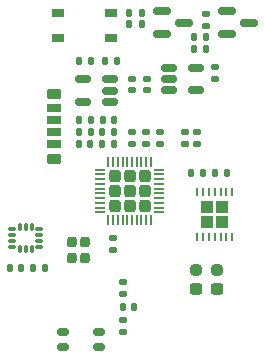
<source format=gtp>
%TF.GenerationSoftware,KiCad,Pcbnew,9.0.5*%
%TF.CreationDate,2026-01-28T11:34:24-05:00*%
%TF.ProjectId,lmp91000-pcb,6c6d7039-3130-4303-902d-7063622e6b69,rev?*%
%TF.SameCoordinates,Original*%
%TF.FileFunction,Paste,Top*%
%TF.FilePolarity,Positive*%
%FSLAX46Y46*%
G04 Gerber Fmt 4.6, Leading zero omitted, Abs format (unit mm)*
G04 Created by KiCad (PCBNEW 9.0.5) date 2026-01-28 11:34:24*
%MOMM*%
%LPD*%
G01*
G04 APERTURE LIST*
G04 Aperture macros list*
%AMRoundRect*
0 Rectangle with rounded corners*
0 $1 Rounding radius*
0 $2 $3 $4 $5 $6 $7 $8 $9 X,Y pos of 4 corners*
0 Add a 4 corners polygon primitive as box body*
4,1,4,$2,$3,$4,$5,$6,$7,$8,$9,$2,$3,0*
0 Add four circle primitives for the rounded corners*
1,1,$1+$1,$2,$3*
1,1,$1+$1,$4,$5*
1,1,$1+$1,$6,$7*
1,1,$1+$1,$8,$9*
0 Add four rect primitives between the rounded corners*
20,1,$1+$1,$2,$3,$4,$5,0*
20,1,$1+$1,$4,$5,$6,$7,0*
20,1,$1+$1,$6,$7,$8,$9,0*
20,1,$1+$1,$8,$9,$2,$3,0*%
G04 Aperture macros list end*
%ADD10RoundRect,0.147500X-0.172500X0.147500X-0.172500X-0.147500X0.172500X-0.147500X0.172500X0.147500X0*%
%ADD11RoundRect,0.140000X0.140000X0.170000X-0.140000X0.170000X-0.140000X-0.170000X0.140000X-0.170000X0*%
%ADD12RoundRect,0.070000X-0.530000X0.280000X-0.530000X-0.280000X0.530000X-0.280000X0.530000X0.280000X0*%
%ADD13RoundRect,0.076000X-0.524000X0.304000X-0.524000X-0.304000X0.524000X-0.304000X0.524000X0.304000X0*%
%ADD14RoundRect,0.080000X-0.520000X0.320000X-0.520000X-0.320000X0.520000X-0.320000X0.520000X0.320000X0*%
%ADD15RoundRect,0.135000X-0.135000X-0.185000X0.135000X-0.185000X0.135000X0.185000X-0.135000X0.185000X0*%
%ADD16RoundRect,0.135000X-0.185000X0.135000X-0.185000X-0.135000X0.185000X-0.135000X0.185000X0.135000X0*%
%ADD17RoundRect,0.135000X0.135000X0.185000X-0.135000X0.185000X-0.135000X-0.185000X0.135000X-0.185000X0*%
%ADD18RoundRect,0.087500X-0.225000X-0.087500X0.225000X-0.087500X0.225000X0.087500X-0.225000X0.087500X0*%
%ADD19RoundRect,0.087500X-0.087500X-0.225000X0.087500X-0.225000X0.087500X0.225000X-0.087500X0.225000X0*%
%ADD20RoundRect,0.140000X-0.140000X-0.170000X0.140000X-0.170000X0.140000X0.170000X-0.140000X0.170000X0*%
%ADD21RoundRect,0.150000X-0.512500X-0.150000X0.512500X-0.150000X0.512500X0.150000X-0.512500X0.150000X0*%
%ADD22R,0.990600X0.711200*%
%ADD23RoundRect,0.150000X0.512500X0.150000X-0.512500X0.150000X-0.512500X-0.150000X0.512500X-0.150000X0*%
%ADD24RoundRect,0.140000X-0.170000X0.140000X-0.170000X-0.140000X0.170000X-0.140000X0.170000X0.140000X0*%
%ADD25RoundRect,0.147500X0.172500X-0.147500X0.172500X0.147500X-0.172500X0.147500X-0.172500X-0.147500X0*%
%ADD26RoundRect,0.150000X-0.587500X-0.150000X0.587500X-0.150000X0.587500X0.150000X-0.587500X0.150000X0*%
%ADD27R,1.050000X1.050000*%
%ADD28RoundRect,0.062500X0.062500X0.237500X-0.062500X0.237500X-0.062500X-0.237500X0.062500X-0.237500X0*%
%ADD29RoundRect,0.237500X0.250000X0.237500X-0.250000X0.237500X-0.250000X-0.237500X0.250000X-0.237500X0*%
%ADD30RoundRect,0.150000X-0.350000X0.150000X-0.350000X-0.150000X0.350000X-0.150000X0.350000X0.150000X0*%
%ADD31RoundRect,0.140000X0.170000X-0.140000X0.170000X0.140000X-0.170000X0.140000X-0.170000X-0.140000X0*%
%ADD32RoundRect,0.250000X-0.260000X-0.260000X0.260000X-0.260000X0.260000X0.260000X-0.260000X0.260000X0*%
%ADD33RoundRect,0.050000X-0.337500X-0.050000X0.337500X-0.050000X0.337500X0.050000X-0.337500X0.050000X0*%
%ADD34RoundRect,0.050000X-0.050000X-0.337500X0.050000X-0.337500X0.050000X0.337500X-0.050000X0.337500X0*%
%ADD35RoundRect,0.147500X0.147500X0.172500X-0.147500X0.172500X-0.147500X-0.172500X0.147500X-0.172500X0*%
%ADD36RoundRect,0.200000X-0.200000X0.250000X-0.200000X-0.250000X0.200000X-0.250000X0.200000X0.250000X0*%
%ADD37RoundRect,0.237500X0.300000X0.237500X-0.300000X0.237500X-0.300000X-0.237500X0.300000X-0.237500X0*%
G04 APERTURE END LIST*
D10*
%TO.C,FB1*%
X42900000Y-52515000D03*
X42900000Y-53485000D03*
%TD*%
D11*
%TO.C,C13*%
X37100001Y-55000000D03*
X36140001Y-55000000D03*
%TD*%
D12*
%TO.C,J2*%
X37880000Y-42500000D03*
D13*
X37880000Y-44520000D03*
D14*
X37880000Y-45750000D03*
D12*
X37880000Y-43500000D03*
D13*
X37880000Y-41480000D03*
D14*
X37880000Y-40250000D03*
%TD*%
D15*
%TO.C,R7*%
X41990001Y-44500000D03*
X43009999Y-44500000D03*
%TD*%
D16*
%TO.C,R3*%
X50750000Y-33490001D03*
X50750000Y-34509999D03*
%TD*%
D17*
%TO.C,R5*%
X41009999Y-42500000D03*
X39990001Y-42500000D03*
%TD*%
D18*
%TO.C,U6*%
X34337500Y-51750000D03*
X34337500Y-52250000D03*
X34337500Y-52750000D03*
X34337500Y-53250000D03*
D19*
X35000000Y-53412500D03*
X35500000Y-53412500D03*
X36000000Y-53412500D03*
D18*
X36662500Y-53250000D03*
X36662500Y-52750000D03*
X36662500Y-52250000D03*
X36662500Y-51750000D03*
D19*
X36000000Y-51587500D03*
X35500000Y-51587500D03*
X35000000Y-51587500D03*
%TD*%
D20*
%TO.C,C14*%
X34140000Y-55000000D03*
X35100000Y-55000000D03*
%TD*%
D21*
%TO.C,U4*%
X47612500Y-38050000D03*
X47612500Y-39000000D03*
X47612500Y-39950000D03*
X49887500Y-39950000D03*
X49887500Y-38050000D03*
%TD*%
D22*
%TO.C,SW1*%
X42750001Y-35574999D03*
X38249999Y-35574999D03*
X42750001Y-33425001D03*
X38249999Y-33425001D03*
%TD*%
D11*
%TO.C,C9*%
X42980000Y-42500000D03*
X42020000Y-42500000D03*
%TD*%
D16*
%TO.C,R14*%
X50000000Y-43490001D03*
X50000000Y-44509999D03*
%TD*%
D17*
%TO.C,R4*%
X41009999Y-43500000D03*
X39990001Y-43500000D03*
%TD*%
D20*
%TO.C,C7*%
X49770000Y-35500000D03*
X50730000Y-35500000D03*
%TD*%
%TO.C,C5*%
X43700000Y-58300000D03*
X44660000Y-58300000D03*
%TD*%
D23*
%TO.C,U3*%
X42637500Y-40950000D03*
X42637500Y-40000000D03*
X42637500Y-39050000D03*
X40362500Y-39050000D03*
X40362500Y-40950000D03*
%TD*%
D24*
%TO.C,C8*%
X45750000Y-39020000D03*
X45750000Y-39980000D03*
%TD*%
D25*
%TO.C,L1*%
X43700000Y-57185000D03*
X43700000Y-56215000D03*
%TD*%
D26*
%TO.C,Q1*%
X52562500Y-33300000D03*
X52562500Y-35200000D03*
X54437500Y-34250000D03*
%TD*%
D17*
%TO.C,R9*%
X41009999Y-37500000D03*
X39990001Y-37500000D03*
%TD*%
D10*
%TO.C,D3*%
X49000000Y-43515000D03*
X49000000Y-44485000D03*
%TD*%
D15*
%TO.C,R6*%
X49740001Y-36500000D03*
X50759999Y-36500000D03*
%TD*%
D27*
%TO.C,U5*%
X52150000Y-49825000D03*
X50850000Y-49825000D03*
X52150000Y-51125000D03*
X50850000Y-51125000D03*
D28*
X53000000Y-48575000D03*
X52500000Y-48575000D03*
X52000000Y-48575001D03*
X51500000Y-48575000D03*
X51000000Y-48575001D03*
X50500000Y-48575000D03*
X50000000Y-48575000D03*
X50000000Y-52375000D03*
X50500000Y-52375000D03*
X51000000Y-52374999D03*
X51500000Y-52375000D03*
X52000000Y-52374999D03*
X52500000Y-52375000D03*
X53000000Y-52375000D03*
%TD*%
D24*
%TO.C,C10*%
X44500000Y-39020000D03*
X44500000Y-39980000D03*
%TD*%
D29*
%TO.C,R12*%
X51712500Y-55200000D03*
X49887500Y-55200000D03*
%TD*%
D30*
%TO.C,U1*%
X41700000Y-60400000D03*
X38700000Y-60400000D03*
X38700000Y-61700000D03*
X41700000Y-61700000D03*
%TD*%
D26*
%TO.C,D1*%
X47062500Y-33300000D03*
X47062500Y-35200000D03*
X48937500Y-34250000D03*
%TD*%
D31*
%TO.C,C1*%
X44500000Y-44480000D03*
X44500000Y-43520000D03*
%TD*%
D32*
%TO.C,U2*%
X43030000Y-47230000D03*
X43030000Y-48500000D03*
X43030000Y-49770000D03*
X44300000Y-47230000D03*
X44300000Y-48500000D03*
X44300000Y-49770000D03*
X45570000Y-47230000D03*
X45570000Y-48500000D03*
X45570000Y-49770000D03*
D33*
X41812500Y-46700000D03*
X41812500Y-47100000D03*
X41812500Y-47500000D03*
X41812500Y-47900000D03*
X41812500Y-48300000D03*
X41812500Y-48700000D03*
X41812500Y-49100000D03*
X41812500Y-49500000D03*
X41812500Y-49900000D03*
X41812500Y-50300000D03*
D34*
X42500000Y-50987500D03*
X42900000Y-50987500D03*
X43300000Y-50987500D03*
X43700000Y-50987500D03*
X44100000Y-50987500D03*
X44500000Y-50987500D03*
X44900000Y-50987500D03*
X45300000Y-50987500D03*
X45700000Y-50987500D03*
X46100000Y-50987500D03*
D33*
X46787500Y-50300000D03*
X46787500Y-49900000D03*
X46787500Y-49500000D03*
X46787500Y-49100000D03*
X46787500Y-48700000D03*
X46787500Y-48300000D03*
X46787500Y-47900000D03*
X46787500Y-47500000D03*
X46787500Y-47100000D03*
X46787500Y-46700000D03*
D34*
X46100000Y-46012500D03*
X45700000Y-46012500D03*
X45300000Y-46012500D03*
X44900000Y-46012500D03*
X44500000Y-46012500D03*
X44100000Y-46012500D03*
X43700000Y-46012500D03*
X43300000Y-46012500D03*
X42900000Y-46012500D03*
X42500000Y-46012500D03*
%TD*%
D17*
%TO.C,R10*%
X50500000Y-47000000D03*
X49480002Y-47000000D03*
%TD*%
D31*
%TO.C,C6*%
X46900000Y-44480000D03*
X46900000Y-43520000D03*
%TD*%
D35*
%TO.C,D2*%
X40985000Y-44500000D03*
X40015000Y-44500000D03*
%TD*%
D15*
%TO.C,R2*%
X44290001Y-34400000D03*
X45309999Y-34400000D03*
%TD*%
D17*
%TO.C,R8*%
X43250000Y-37500000D03*
X42230002Y-37500000D03*
%TD*%
%TO.C,R13*%
X43009999Y-43500000D03*
X41990001Y-43500000D03*
%TD*%
D31*
%TO.C,C4*%
X43700000Y-60400000D03*
X43700000Y-59440000D03*
%TD*%
D24*
%TO.C,C11*%
X51500000Y-38020000D03*
X51500000Y-38980000D03*
%TD*%
D36*
%TO.C,Y1*%
X39450000Y-52800000D03*
X39450000Y-54200000D03*
X40550000Y-54200000D03*
X40550000Y-52800000D03*
%TD*%
D37*
%TO.C,C12*%
X51662501Y-56800000D03*
X49937499Y-56800000D03*
%TD*%
D15*
%TO.C,R11*%
X51500000Y-47000000D03*
X52519998Y-47000000D03*
%TD*%
D31*
%TO.C,C2*%
X45700000Y-44480000D03*
X45700000Y-43520000D03*
%TD*%
D15*
%TO.C,R1*%
X44290001Y-33400000D03*
X45309999Y-33400000D03*
%TD*%
M02*

</source>
